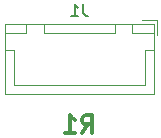
<source format=gbr>
G04 #@! TF.GenerationSoftware,KiCad,Pcbnew,(5.0.0)*
G04 #@! TF.CreationDate,2020-07-01T14:31:39-04:00*
G04 #@! TF.ProjectId,status_leds,7374617475735F6C6564732E6B696361,rev?*
G04 #@! TF.SameCoordinates,Original*
G04 #@! TF.FileFunction,Legend,Bot*
G04 #@! TF.FilePolarity,Positive*
%FSLAX46Y46*%
G04 Gerber Fmt 4.6, Leading zero omitted, Abs format (unit mm)*
G04 Created by KiCad (PCBNEW (5.0.0)) date 07/01/20 14:31:39*
%MOMM*%
%LPD*%
G01*
G04 APERTURE LIST*
%ADD10C,0.300000*%
%ADD11C,0.120000*%
%ADD12C,0.150000*%
G04 APERTURE END LIST*
D10*
X104263000Y-72052571D02*
X104763000Y-71338285D01*
X105120142Y-72052571D02*
X105120142Y-70552571D01*
X104548714Y-70552571D01*
X104405857Y-70624000D01*
X104334428Y-70695428D01*
X104263000Y-70838285D01*
X104263000Y-71052571D01*
X104334428Y-71195428D01*
X104405857Y-71266857D01*
X104548714Y-71338285D01*
X105120142Y-71338285D01*
X102834428Y-72052571D02*
X103691571Y-72052571D01*
X103263000Y-72052571D02*
X103263000Y-70552571D01*
X103405857Y-70766857D01*
X103548714Y-70909714D01*
X103691571Y-70981142D01*
D11*
G04 #@! TO.C,J1*
X110310000Y-62790000D02*
X110310000Y-68760000D01*
X110310000Y-68760000D02*
X97690000Y-68760000D01*
X97690000Y-68760000D02*
X97690000Y-62790000D01*
X97690000Y-62790000D02*
X110310000Y-62790000D01*
X107000000Y-62800000D02*
X107000000Y-63550000D01*
X107000000Y-63550000D02*
X101000000Y-63550000D01*
X101000000Y-63550000D02*
X101000000Y-62800000D01*
X101000000Y-62800000D02*
X107000000Y-62800000D01*
X110300000Y-62800000D02*
X110300000Y-63550000D01*
X110300000Y-63550000D02*
X108500000Y-63550000D01*
X108500000Y-63550000D02*
X108500000Y-62800000D01*
X108500000Y-62800000D02*
X110300000Y-62800000D01*
X99500000Y-62800000D02*
X99500000Y-63550000D01*
X99500000Y-63550000D02*
X97700000Y-63550000D01*
X97700000Y-63550000D02*
X97700000Y-62800000D01*
X97700000Y-62800000D02*
X99500000Y-62800000D01*
X110300000Y-65050000D02*
X109550000Y-65050000D01*
X109550000Y-65050000D02*
X109550000Y-68000000D01*
X109550000Y-68000000D02*
X104000000Y-68000000D01*
X97700000Y-65050000D02*
X98450000Y-65050000D01*
X98450000Y-65050000D02*
X98450000Y-68000000D01*
X98450000Y-68000000D02*
X104000000Y-68000000D01*
X109350000Y-62500000D02*
X110600000Y-62500000D01*
X110600000Y-62500000D02*
X110600000Y-63750000D01*
G04 #@! TD*
G04 #@! TO.C,J1*
D12*
X104333333Y-61152380D02*
X104333333Y-61866666D01*
X104380952Y-62009523D01*
X104476190Y-62104761D01*
X104619047Y-62152380D01*
X104714285Y-62152380D01*
X103333333Y-62152380D02*
X103904761Y-62152380D01*
X103619047Y-62152380D02*
X103619047Y-61152380D01*
X103714285Y-61295238D01*
X103809523Y-61390476D01*
X103904761Y-61438095D01*
G04 #@! TD*
M02*

</source>
